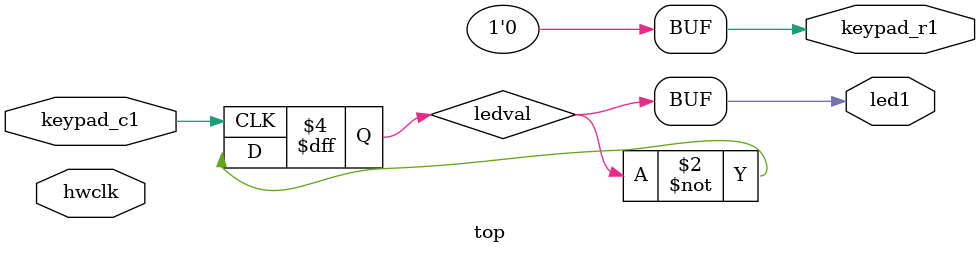
<source format=v>

/* Top level module for button demo without debouncing and with no
   pull-up resistor (not a good way of doing things!)
   */
module top (
    // input hardware clock (12 MHz)
    hwclk, 
    // LED
    led1,
    // Keypad lines
    keypad_r1,
    keypad_c1,
    );

    /* Clock input */
    input hwclk;

    /* LED outputs */
    output led1;

    /* Numpad I/O */
    output keypad_r1=0;
    input keypad_c1;

    // Note: Left as is, keypad_c1 is a floating value, meaning
    // it has an undetermined voltage. It will trigger edges when
    // we don't want it to.

    /* LED register */
    reg ledval = 1'b0;

    /* LED Wiring */
    assign led1=ledval;
    
    /* Toggle LED when button [1] pressed */
    always @ (negedge keypad_c1) begin
        ledval = ~ledval;
    end


endmodule
</source>
